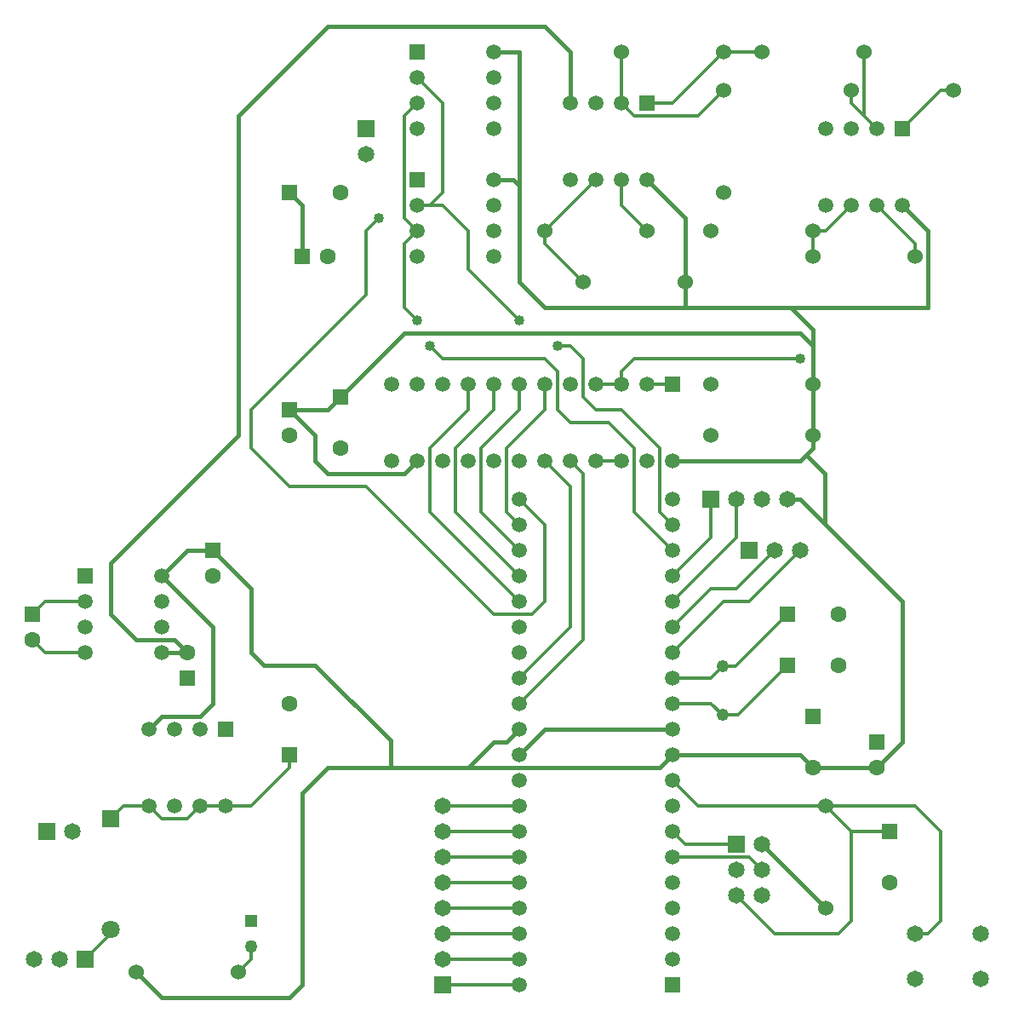
<source format=gtl>
G04 DipTrace Beta 2.3.5.2*
%INscope.GTL*%
%MOIN*%
%ADD13C,0.016*%
%ADD14C,0.013*%
%ADD15C,0.063*%
%ADD16R,0.063X0.063*%
%ADD17R,0.0709X0.0709*%
%ADD18C,0.0709*%
%ADD19R,0.065X0.065*%
%ADD20C,0.065*%
%ADD21C,0.05*%
%ADD22R,0.05X0.05*%
%ADD23C,0.06*%
%ADD24C,0.06*%
%ADD25R,0.0591X0.0591*%
%ADD26C,0.0591*%
%ADD27C,0.048*%
%ADD28C,0.04*%
%FSLAX44Y44*%
G04*
G70*
G90*
G75*
G01*
%LNTop*%
%LPD*%
X30440Y32440D2*
D13*
Y34940D1*
X28940Y36440D1*
X30440Y32440D2*
Y31440D1*
X24940D1*
X23940Y32440D1*
Y36207D1*
Y41440D1*
X22940D1*
Y36440D2*
X23707D1*
X23940Y36207D1*
X38940Y35440D2*
X39940Y34440D1*
Y31440D1*
X34574D1*
X30440D1*
X37940Y13440D2*
X35440D1*
X29940Y13940D2*
X34940D1*
X35440Y13440D1*
X35940Y7940D2*
X33440Y10440D1*
X34440Y23940D2*
X34940D1*
X35892Y22988D1*
X38940Y19940D1*
Y14440D1*
X37940Y13440D1*
X29940Y13940D2*
X29440Y13440D1*
X21940D1*
X18878D1*
X16440D1*
X15440Y12440D1*
Y4940D1*
X14940Y4440D1*
X9940D1*
X8940Y5440D1*
X23940Y14940D2*
X23440Y14440D1*
X22940D1*
X21940Y13440D1*
X9940Y20940D2*
X10940Y21940D1*
X11940D1*
X13440Y20440D1*
Y17940D1*
X13940Y17440D1*
X15940D1*
X18878Y14502D1*
Y13440D1*
X9440Y14940D2*
X9940Y15440D1*
X11440D1*
X11940Y15940D1*
Y18940D1*
X9940Y20940D1*
X35440Y28440D2*
Y26440D1*
X29940Y25440D2*
X34940D1*
X35164Y25664D1*
X35440Y25940D1*
Y26440D1*
X19940Y25440D2*
X19440Y24940D1*
X16440D1*
X15940Y25440D1*
Y26440D1*
X14940Y27440D1*
X35440Y28440D2*
Y29940D1*
X34940Y30440D1*
X19440D1*
X16940Y27940D1*
X16440Y27440D1*
X14940D1*
X34574Y31440D2*
X35440Y30574D1*
Y29940D1*
X35164Y25664D2*
X35892Y24937D1*
Y22988D1*
X14940Y35940D2*
X15440Y35440D1*
Y33440D1*
X9940Y17940D2*
X10940D1*
X10440Y18440D1*
X8940D1*
X7940Y19440D1*
Y21440D1*
X12940Y26440D1*
Y38940D1*
X16440Y42440D1*
X24940D1*
X25940Y41440D1*
Y39440D1*
X27940Y25440D2*
D14*
X26940D1*
X24940Y28440D2*
Y27440D1*
X23440Y25940D1*
Y23440D1*
X23940Y22940D1*
Y28440D2*
Y27440D1*
X22440Y25940D1*
Y23440D1*
X23940Y21940D1*
X22940Y28440D2*
Y27440D1*
X21440Y25940D1*
Y23440D1*
X23940Y20940D1*
X21940Y28440D2*
Y27440D1*
X20440Y25940D1*
Y23440D1*
X23940Y19940D1*
X24940Y25440D2*
X25940Y24440D1*
Y18940D1*
X23940Y16940D1*
X25940Y25440D2*
X26440Y24940D1*
Y18440D1*
X23940Y15940D1*
X40940Y39940D2*
X40440D1*
X38940Y38440D1*
X34940Y29440D2*
X28440D1*
X27940Y28940D1*
Y28440D1*
X26940D1*
X29940D2*
X28940D1*
X37940Y35440D2*
X39440Y33940D1*
Y33440D1*
X23940Y13940D2*
D13*
X24940Y14940D1*
X29940D1*
X23940Y4940D2*
D14*
X20940D1*
Y5940D2*
X23940D1*
Y6940D2*
X20940D1*
Y7940D2*
X23940D1*
Y8940D2*
X20940D1*
Y9940D2*
X23940D1*
Y10940D2*
X20940D1*
Y11940D2*
X23940D1*
X29940Y9940D2*
X32940D1*
X33440Y9440D1*
X32440Y10440D2*
X30440D1*
X29940Y10940D1*
X35940Y11940D2*
X30940D1*
X29940Y12940D1*
X39440Y6940D2*
X39940D1*
X40440Y7440D1*
Y10940D1*
X39440Y11940D1*
X35940D1*
X36940Y10940D1*
X38440D1*
X32440Y8440D2*
X33940Y6940D1*
X36440D1*
X36940Y7440D1*
Y10940D1*
X29940Y16940D2*
X31440D1*
X31890Y17390D1*
X32390D1*
X34440Y19440D1*
X29940Y15940D2*
X31440D1*
X31890Y15490D1*
X32490D1*
X34440Y17440D1*
X4853Y19435D2*
X5358Y19940D1*
X6940D1*
X29940Y18940D2*
X31440Y20440D1*
X32440D1*
X33940Y21940D1*
X29940Y19940D2*
X32440Y22440D1*
Y23940D1*
X29940Y20940D2*
X31440Y22440D1*
Y23940D1*
X29940Y17940D2*
X31940Y19940D1*
X32940D1*
X34940Y21940D1*
X4853Y18435D2*
X5349Y17940D1*
X6940D1*
X28940Y39440D2*
X29940D1*
X31940Y41440D1*
X33440D1*
X27940Y36440D2*
Y35440D1*
X28940Y34440D1*
X36940Y39940D2*
Y39440D1*
X37940Y38440D1*
X37440Y41440D2*
Y38940D1*
X37940Y38440D1*
X35440Y34440D2*
X35940D1*
X36940Y35440D1*
X35440Y34440D2*
Y33440D1*
X7940Y11440D2*
X8440Y11940D1*
X9440D1*
X9940Y11440D1*
X10940D1*
X11440Y11940D1*
X12440D1*
X13440D1*
X14940Y13440D1*
Y13940D1*
X12940Y5440D2*
X13440Y5940D1*
Y6440D1*
X6940Y5940D2*
X7940Y6940D1*
Y7090D1*
X27940Y41440D2*
Y39440D1*
X28440Y38940D1*
X30940D1*
X31940Y39940D1*
X23940Y23940D2*
X24940Y22940D1*
Y19940D1*
X24440Y19440D1*
X22940D1*
X17940Y24440D1*
X14940D1*
X13440Y25940D1*
Y27440D1*
X17940Y31940D1*
Y34440D1*
X18440Y34940D1*
X26940Y36440D2*
X24940Y34440D1*
Y33940D1*
X26440Y32440D1*
X29940Y21940D2*
X28440Y23440D1*
Y25940D1*
X27440Y26940D1*
X25940D1*
X25440Y27440D1*
Y28940D1*
X24940Y29440D1*
X20940D1*
X20440Y29940D1*
X19940Y30940D2*
X19440Y31440D1*
Y33940D1*
X19940Y34440D1*
X19440Y34940D1*
Y38940D1*
X19940Y39440D1*
X29940Y22940D2*
X29440Y23440D1*
Y25940D1*
X27940Y27440D1*
X26940D1*
X26440Y27940D1*
Y29440D1*
X25940Y29940D1*
X25440D1*
X23940Y30940D2*
X21940Y32940D1*
Y34440D1*
X20940Y35440D1*
X19940D1*
Y40440D2*
X20940Y39440D1*
Y35940D1*
X20440Y35440D1*
X19940D1*
D28*
X18440Y34940D3*
X34940Y29440D3*
X25440Y29940D3*
X23940Y30940D3*
X20440Y29940D3*
X19940Y30940D3*
D15*
X38440Y8940D3*
D16*
Y10940D3*
D15*
X36440Y19440D3*
D16*
X34440D3*
D15*
X36440Y17440D3*
D16*
X34440D3*
D15*
X4853Y18435D3*
D16*
Y19435D3*
D15*
X10940Y17940D3*
D16*
Y16940D3*
D15*
X16940Y35940D3*
D16*
X14940D3*
D15*
X16440Y33440D3*
D16*
X15440D3*
D15*
X11940Y20940D3*
D16*
Y21940D3*
D15*
X16940Y25940D3*
D16*
Y27940D3*
D15*
X14940Y26440D3*
D16*
Y27440D3*
D15*
X35440Y13440D3*
D16*
Y15440D3*
D15*
X37940Y13440D3*
D16*
Y14440D3*
D15*
X14940Y15940D3*
D16*
Y13940D3*
D17*
X7940Y11440D3*
D18*
Y7090D3*
D19*
X32440Y10440D3*
D20*
Y9440D3*
Y8440D3*
X33440D3*
Y9440D3*
Y10440D3*
D19*
X32940Y21940D3*
D20*
X33940D3*
X34940D3*
D19*
X31440Y23940D3*
D20*
X32440D3*
X33440D3*
X34440D3*
D19*
X5440Y10940D3*
D20*
X6440D3*
D19*
X17940Y38440D3*
D20*
Y37440D3*
D19*
X20940Y4940D3*
D20*
Y5940D3*
Y6940D3*
Y7940D3*
Y8940D3*
Y9940D3*
Y10940D3*
Y11940D3*
D21*
X13440Y6440D3*
D22*
Y7440D3*
D23*
X35940Y7940D3*
D24*
Y11940D3*
D23*
X31940Y39940D3*
D24*
Y35940D3*
D23*
X27940Y41440D3*
D24*
X31940D3*
D23*
X26440Y32440D3*
D24*
X30440D3*
D23*
X24940Y34440D3*
D24*
X28940D3*
D23*
X33440Y41440D3*
D24*
X37440D3*
D23*
X36940Y39940D3*
D24*
X40940D3*
D23*
X31440Y34440D3*
D24*
X35440D3*
D23*
Y33440D3*
D24*
X39440D3*
D23*
X35440Y28440D3*
D24*
X31440D3*
D23*
X35440Y26440D3*
D24*
X31440D3*
D23*
X8940Y5440D3*
D24*
X12940D3*
D20*
X39440Y6940D3*
Y5170D3*
X42000D3*
Y6940D3*
D19*
X6940Y5940D3*
D20*
X5940D3*
X4940D3*
D25*
X29940Y4940D3*
D26*
Y5940D3*
Y6940D3*
Y7940D3*
Y8940D3*
Y9940D3*
Y10940D3*
Y11940D3*
Y12940D3*
Y13940D3*
Y14940D3*
Y15940D3*
Y16940D3*
Y17940D3*
Y18940D3*
Y19940D3*
Y20940D3*
Y21940D3*
Y22940D3*
Y23940D3*
X23940D3*
Y22940D3*
Y21940D3*
Y20940D3*
Y19940D3*
Y18940D3*
Y17940D3*
Y16940D3*
Y15940D3*
Y14940D3*
Y13940D3*
Y12940D3*
Y11940D3*
Y10940D3*
Y9940D3*
Y8940D3*
Y7940D3*
Y6940D3*
Y5940D3*
Y4940D3*
D25*
X19940Y36440D3*
D26*
Y35440D3*
Y34440D3*
Y33440D3*
X22940D3*
Y34440D3*
Y35440D3*
Y36440D3*
D25*
X19940Y41440D3*
D26*
Y40440D3*
Y39440D3*
Y38440D3*
X22940D3*
Y39440D3*
Y40440D3*
Y41440D3*
D25*
X28940Y39440D3*
D26*
X27940D3*
X26940D3*
X25940D3*
Y36440D3*
X26940D3*
X27940D3*
X28940D3*
D25*
X38940Y38440D3*
D26*
X37940D3*
X36940D3*
X35940D3*
Y35440D3*
X36940D3*
X37940D3*
X38940D3*
D25*
X29940Y28440D3*
D26*
X28940D3*
X27940D3*
X26940D3*
X25940D3*
X24940D3*
X23940D3*
X22940D3*
X21940D3*
X20940D3*
X19940D3*
X18940D3*
Y25440D3*
X19940D3*
X20940D3*
X21940D3*
X22940D3*
X23940D3*
X24940D3*
X25940D3*
X26940D3*
X27940D3*
X28940D3*
X29940D3*
D25*
X12440Y14940D3*
D26*
X11440D3*
X10440D3*
X9440D3*
Y11940D3*
X10440D3*
X11440D3*
X12440D3*
D25*
X6940Y20940D3*
D26*
Y19940D3*
Y18940D3*
Y17940D3*
X9940D3*
Y18940D3*
Y19940D3*
Y20940D3*
D27*
X31890Y15490D3*
Y17390D3*
M02*

</source>
